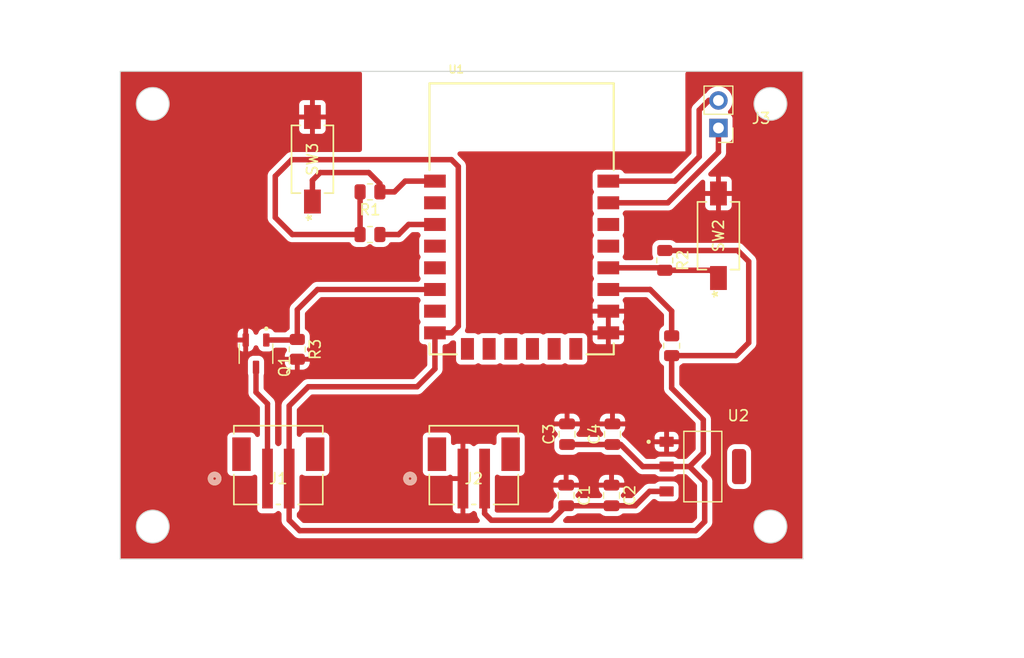
<source format=kicad_pcb>
(kicad_pcb (version 20221018) (generator pcbnew)
  (layers (0 "F.Cu" signal) (31 "B.Cu" signal) (34 "B.Paste" user) (35 "F.Paste" user) (36 "B.SilkS" user "B.Silkscreen") (37 "F.SilkS" user "F.Silkscreen") (38 "B.Mask" user) (39 "F.Mask" user) (44 "Edge.Cuts" user))
  (net 0 "")
  (net 1 "GND")
  (net 2 "Net-(U2-VIN)")
  (net 3 "VCC")
  (net 4 "/LED2")
  (net 5 "/LED1")
  (net 6 "Net-(J1-Pad1)")
  (net 7 "Net-(J3-Pin_1)")
  (net 8 "Net-(J3-Pin_2)")
  (net 9 "/servo")
  (net 10 "/DC")
  (net 11 "Net-(U1-RST)")
  (net 12 "/boot")
  (net 13 "Net-(U1-EN)")
  (net 15 "/buzzer")
  (footprint "Capacitor_SMD:C_0805_2012Metric" (layer "F.Cu") (at 82.337 64.131 -90)
    (fp_text reference "C2" (at 0 -1.68 90) (layer "F.SilkS"))
    (fp_text value "C")
    (fp_line (start -0.261252 -0.735) (end 0.261252 -0.735) (stroke (width 0.12)) (layer "F.SilkS"))
    (fp_line (start -0.261252 0.735) (end 0.261252 0.735) (stroke (width 0.12)) (layer "F.SilkS"))
    (pad "1" smd roundrect (at -0.95 0 270) (size 1 1.45) (layers "F.Cu" "F.Paste" "F.Mask") (net 1 "GND"))
    (pad "2" smd roundrect (at 0.95 0 270) (size 1 1.45) (layers "F.Cu" "F.Paste" "F.Mask") (net 2 "Net-(U2-VIN)"))
  )
  (footprint "esp_lib:CONN_B2B-PH-SM4-TBLFSN_JST" (layer "F.Cu") (at 51.591002 61.3302)
    (fp_text reference "J1" (at 0 1.244801 unlocked) (layer "F.SilkS"))
    (fp_text value "B2B-PH-SM4-TBLFSN" hide)
    (fp_circle (center -5.8801 1.244801) (end -5.4991 1.244801) (stroke (width 0.508)) (fill none) (layer "B.SilkS"))
    (fp_line (start -4.1021 -3.6322) (end -4.1021 -2.88734) (stroke (width 0.1524)) (layer "F.SilkS"))
    (fp_line (start -4.1021 0.87694) (end -4.1021 3.6322) (stroke (width 0.1524)) (layer "F.SilkS"))
    (fp_line (start -4.1021 3.6322) (end -1.828041 3.6322) (stroke (width 0.1524)) (layer "F.SilkS"))
    (fp_line (start -0.171961 3.6322) (end 0.171961 3.6322) (stroke (width 0.1524)) (layer "F.SilkS"))
    (fp_line (start 1.828041 3.6322) (end 4.1021 3.6322) (stroke (width 0.1524)) (layer "F.SilkS"))
    (fp_line (start 4.1021 -3.6322) (end -4.1021 -3.6322) (stroke (width 0.1524)) (layer "F.SilkS"))
    (fp_line (start 4.1021 -2.88734) (end 4.1021 -3.6322) (stroke (width 0.1524)) (layer "F.SilkS"))
    (fp_line (start 4.1021 3.6322) (end 4.1021 0.87694) (stroke (width 0.1524)) (layer "F.SilkS"))
    (fp_circle (center -5.8801 1.244801) (end -5.4991 1.244801) (stroke (width 0.508)) (fill none) (layer "F.SilkS"))
    (pad "1" smd rect (at -1.000001 1.244801) (size 0.9906 5.5118) (layers "F.Cu" "F.Paste" "F.Mask") (net 6 "Net-(J1-Pad1)"))
    (pad "2" smd rect (at 1.000001 1.244801) (size 0.9906 5.5118) (layers "F.Cu" "F.Paste" "F.Mask") (net 3 "VCC"))
    (pad "3" smd rect (at -3.399998 -1.0052 90) (size 3.0988 1.7018) (layers "F.Cu" "F.Paste" "F.Mask"))
    (pad "4" smd rect (at 3.399998 -1.0052 90) (size 3.0988 1.7018) (layers "F.Cu" "F.Paste" "F.Mask"))
  )
  (footprint "esp_lib:ESP-12F" (layer "F.Cu") (at 74.041 38.608)
    (fp_text reference "U1" (at -6.03654 -13.788698) (layer "F.SilkS") (effects (font (size 0.700469 0.700469))))
    (fp_text value "ESP-12F")
    (fp_line (start -8.5 -12.5) (end -8.5 -4.5) (stroke (width 0.2)) (layer "F.SilkS"))
    (fp_line (start -8.5 -12.5) (end 8.5 -12.5) (stroke (width 0.2)) (layer "F.SilkS"))
    (fp_line (start -8.5 11.5) (end -8.5 12.5) (stroke (width 0.2)) (layer "F.SilkS"))
    (fp_line (start -8.5 12.5) (end -6 12.5) (stroke (width 0.2)) (layer "F.SilkS"))
    (fp_line (start 8.5 -12.5) (end 8.5 -4.5) (stroke (width 0.2)) (layer "F.SilkS"))
    (fp_line (start 8.5 12.5) (end 6 12.5) (stroke (width 0.2)) (layer "F.SilkS"))
    (fp_line (start 8.5 12.5) (end 8.5 11.5) (stroke (width 0.2)) (layer "F.SilkS"))
    (pad "1" smd rect (at -8 -3.48) (size 2 1.2) (layers "F.Cu" "F.Paste" "F.Mask") (net 11 "Net-(U1-RST)"))
    (pad "2" smd rect (at -8 -1.48) (size 2 1.2) (layers "F.Cu" "F.Paste" "F.Mask"))
    (pad "3" smd rect (at -8 0.52) (size 2 1.2) (layers "F.Cu" "F.Paste" "F.Mask") (net 13 "Net-(U1-EN)"))
    (pad "4" smd rect (at -8 2.52) (size 2 1.2) (layers "F.Cu" "F.Paste" "F.Mask") (net 4 "/LED2"))
    (pad "5" smd rect (at -8 4.52) (size 2 1.2) (layers "F.Cu" "F.Paste" "F.Mask") (net 5 "/LED1"))
    (pad "6" smd rect (at -8 6.52) (size 2 1.2) (layers "F.Cu" "F.Paste" "F.Mask") (net 10 "/DC"))
    (pad "7" smd rect (at -8 8.52) (size 2 1.2) (layers "F.Cu" "F.Paste" "F.Mask") (net 15 "/buzzer"))
    (pad "8" smd rect (at -8 10.52) (size 2 1.2) (layers "F.Cu" "F.Paste" "F.Mask") (net 3 "VCC"))
    (pad "9" smd rect (at -5 12 90) (size 2 1.2) (layers "F.Cu" "F.Paste" "F.Mask"))
    (pad "10" smd rect (at -3 12 90) (size 2 1.2) (layers "F.Cu" "F.Paste" "F.Mask"))
    (pad "11" smd rect (at -1 12 90) (size 2 1.2) (layers "F.Cu" "F.Paste" "F.Mask"))
    (pad "12" smd rect (at 1 12 90) (size 2 1.2) (layers "F.Cu" "F.Paste" "F.Mask"))
    (pad "13" smd rect (at 3 12 90) (size 2 1.2) (layers "F.Cu" "F.Paste" "F.Mask"))
    (pad "14" smd rect (at 5 12 90) (size 2 1.2) (layers "F.Cu" "F.Paste" "F.Mask"))
    (pad "15" smd rect (at 8 10.52) (size 2 1.2) (layers "F.Cu" "F.Paste" "F.Mask") (net 1 "GND"))
    (pad "16" smd rect (at 8 8.52) (size 2 1.2) (layers "F.Cu" "F.Paste" "F.Mask") (net 1 "GND"))
    (pad "17" smd rect (at 8 6.52) (size 2 1.2) (layers "F.Cu" "F.Paste" "F.Mask") (net 9 "/servo"))
    (pad "18" smd rect (at 8 4.52) (size 2 1.2) (layers "F.Cu" "F.Paste" "F.Mask") (net 12 "/boot"))
    (pad "19" smd rect (at 8 2.52) (size 2 1.2) (layers "F.Cu" "F.Paste" "F.Mask"))
    (pad "20" smd rect (at 8 0.52) (size 2 1.2) (layers "F.Cu" "F.Paste" "F.Mask"))
    (pad "21" smd rect (at 8 -1.48) (size 2 1.2) (layers "F.Cu" "F.Paste" "F.Mask") (net 7 "Net-(J3-Pin_1)"))
    (pad "22" smd rect (at 8 -3.48) (size 2 1.2) (layers "F.Cu" "F.Paste" "F.Mask") (net 8 "Net-(J3-Pin_2)"))
  )
  (footprint "esp_lib:RS-282G05A3-SM RT_CNK" (layer "F.Cu") (at 54.737 33.110698 90)
    (fp_text reference "SW3" (at 0 0 90 unlocked) (layer "F.SilkS"))
    (fp_text value "RS-282G05A3-SM RT")
    (fp_text user "*" (at -5.3866 0 90 unlocked) (layer "F.SilkS"))
    (fp_text user "*" (at -5.3866 0 90) (layer "F.SilkS"))
    (fp_line (start -3.1242 -1.9304) (end -3.1242 -1.10744) (stroke (width 0.1524)) (layer "F.SilkS"))
    (fp_line (start -3.1242 1.10744) (end -3.1242 1.9304) (stroke (width 0.1524)) (layer "F.SilkS"))
    (fp_line (start -3.1242 1.9304) (end 3.1242 1.9304) (stroke (width 0.1524)) (layer "F.SilkS"))
    (fp_line (start 3.1242 -1.9304) (end -3.1242 -1.9304) (stroke (width 0.1524)) (layer "F.SilkS"))
    (fp_line (start 3.1242 -1.10744) (end 3.1242 -1.9304) (stroke (width 0.1524)) (layer "F.SilkS"))
    (fp_line (start 3.1242 1.9304) (end 3.1242 1.10744) (stroke (width 0.1524)) (layer "F.SilkS"))
    (pad "1" smd rect (at -3.900698 0 90) (size 2.2098 1.5494) (layers "F.Cu" "F.Paste" "F.Mask") (net 11 "Net-(U1-RST)"))
    (pad "2" smd rect (at 3.900698 0 90) (size 2.2098 1.5494) (layers "F.Cu" "F.Paste" "F.Mask") (net 1 "GND"))
  )
  (footprint "Resistor_SMD:R_0805_2012Metric" (layer "F.Cu") (at 87.249 42.4415 -90)
    (fp_text reference "R2" (at 0 -1.65 90) (layer "F.SilkS"))
    (fp_text value "R")
    (fp_line (start -0.227064 -0.735) (end 0.227064 -0.735) (stroke (width 0.12)) (layer "F.SilkS"))
    (fp_line (start -0.227064 0.735) (end 0.227064 0.735) (stroke (width 0.12)) (layer "F.SilkS"))
    (pad "1" smd roundrect (at -0.9125 0 270) (size 1.025 1.4) (layers "F.Cu" "F.Paste" "F.Mask") (roundrect_rratio 0.243902439) (net 3 "VCC"))
    (pad "2" smd roundrect (at 0.9125 0 270) (size 1.025 1.4) (layers "F.Cu" "F.Paste" "F.Mask") (roundrect_rratio 0.243902439) (net 12 "/boot"))
  )
  (footprint "Resistor_SMD:R_0805_2012Metric" (layer "F.Cu") (at 53.34 50.6495 -90)
    (fp_text reference "R3" (at 0 -1.65 90) (layer "F.SilkS"))
    (fp_text value "R")
    (fp_line (start -0.227064 -0.735) (end 0.227064 -0.735) (stroke (width 0.12)) (layer "F.SilkS"))
    (fp_line (start -0.227064 0.735) (end 0.227064 0.735) (stroke (width 0.12)) (layer "F.SilkS"))
    (pad "1" smd roundrect (at -0.9125 0 270) (size 1.025 1.4) (layers "F.Cu" "F.Paste" "F.Mask") (roundrect_rratio 0.243902439) (net 10 "/DC"))
    (pad "2" smd roundrect (at 0.9125 0 270) (size 1.025 1.4) (layers "F.Cu" "F.Paste" "F.Mask") (roundrect_rratio 0.243902439) (net 1 "GND"))
  )
  (footprint "Resistor_SMD:R_0805_2012Metric" (layer "F.Cu") (at 60.0475 36.119 180)
    (fp_text reference "R1" (at 0 -1.65) (layer "F.SilkS"))
    (fp_text value "R")
    (fp_line (start -0.227064 -0.735) (end 0.227064 -0.735) (stroke (width 0.12)) (layer "F.SilkS"))
    (fp_line (start -0.227064 0.735) (end 0.227064 0.735) (stroke (width 0.12)) (layer "F.SilkS"))
    (pad "1" smd roundrect (at -0.9125 0 180) (size 1.025 1.4) (layers "F.Cu" "F.Paste" "F.Mask") (roundrect_rratio 0.243902439) (net 11 "Net-(U1-RST)"))
    (pad "2" smd roundrect (at 0.9125 0 180) (size 1.025 1.4) (layers "F.Cu" "F.Paste" "F.Mask") (roundrect_rratio 0.243902439) (net 3 "VCC"))
  )
  (footprint "esp_lib:SOT95P280X125-3N" (layer "F.Cu") (at 49.53 51.0455 -90)
    (fp_text reference "Q1" (at 1.175 -2.635 90) (layer "F.SilkS"))
    (fp_text value "AO3400A")
    (fp_line (start -0.9 1.55) (end 0.9 1.55) (stroke (width 0.127)) (layer "F.SilkS"))
    (fp_line (start 0.9 -1.55) (end -0.9 -1.55) (stroke (width 0.127)) (layer "F.SilkS"))
    (fp_circle (center -2.31 -0.95) (end -2.21 -0.95) (stroke (width 0.2)) (fill none) (layer "F.SilkS"))
    (pad "1" smd roundrect (at -1.255 -0.95 270) (size 1.21 0.59) (layers "F.Cu" "F.Paste" "F.Mask") (roundrect_rratio 0.15) (net 10 "/DC"))
    (pad "2" smd roundrect (at -1.255 0.95 270) (size 1.21 0.59) (layers "F.Cu" "F.Paste" "F.Mask") (roundrect_rratio 0.15) (net 1 "GND"))
    (pad "3" smd roundrect (at 1.255 0 270) (size 1.21 0.59) (layers "F.Cu" "F.Paste" "F.Mask") (roundrect_rratio 0.15) (net 6 "Net-(J1-Pad1)"))
  )
  (footprint "Capacitor_SMD:C_0805_2012Metric" (layer "F.Cu") (at 78.232 58.481 90)
    (fp_text reference "C3" (at 0 -1.68 90) (layer "F.SilkS"))
    (fp_text value "C")
    (fp_line (start -0.261252 -0.735) (end 0.261252 -0.735) (stroke (width 0.12)) (layer "F.SilkS"))
    (fp_line (start -0.261252 0.735) (end 0.261252 0.735) (stroke (width 0.12)) (layer "F.SilkS"))
    (pad "1" smd roundrect (at -0.95 0 90) (size 1 1.45) (layers "F.Cu" "F.Paste" "F.Mask") (net 3 "VCC"))
    (pad "2" smd roundrect (at 0.95 0 90) (size 1 1.45) (layers "F.Cu" "F.Paste" "F.Mask") (net 1 "GND"))
  )
  (footprint "esp_lib:SOT229P700X180-4N" (layer "F.Cu") (at 90.762 61.468)
    (fp_text reference "U2" (at 3.2755 -4.695) (layer "F.SilkS"))
    (fp_text value "AMS1117-3.3" hide)
    (fp_line (start -1.7525 -3.2525) (end 1.7525 -3.2525) (stroke (width 0.127)) (layer "F.SilkS"))
    (fp_line (start -1.7525 3.2525) (end -1.7525 -3.2525) (stroke (width 0.127)) (layer "F.SilkS"))
    (fp_line (start 1.7525 -3.2525) (end 1.7525 3.2525) (stroke (width 0.127)) (layer "F.SilkS"))
    (fp_line (start 1.7525 3.2525) (end -1.7525 3.2525) (stroke (width 0.127)) (layer "F.SilkS"))
    (fp_circle (center -5 -2.29) (end -4.9 -2.29) (stroke (width 0.2)) (fill none) (layer "F.SilkS"))
    (pad "1" smd roundrect (at -3.345 -2.29) (size 1.31 0.93) (layers "F.Cu" "F.Paste" "F.Mask") (roundrect_rratio 0.07) (net 1 "GND"))
    (pad "2" smd roundrect (at -3.345 0) (size 1.31 0.93) (layers "F.Cu" "F.Paste" "F.Mask") (roundrect_rratio 0.07) (net 3 "VCC"))
    (pad "3" smd roundrect (at -3.345 2.29) (size 1.31 0.93) (layers "F.Cu" "F.Paste" "F.Mask") (roundrect_rratio 0.07) (net 2 "Net-(U2-VIN)"))
    (pad "4" smd roundrect (at 3.345 0) (size 1.31 3.24) (layers "F.Cu" "F.Paste" "F.Mask") (roundrect_rratio 0.24))
  )
  (footprint "Resistor_SMD:R_0805_2012Metric" (layer "F.Cu") (at 87.884 50.3155 -90)
    (fp_text reference "R6" hide)
    (fp_text value "R")
    (fp_line (start -0.227064 -0.735) (end 0.227064 -0.735) (stroke (width 0.12)) (layer "F.SilkS"))
    (fp_line (start -0.227064 0.735) (end 0.227064 0.735) (stroke (width 0.12)) (layer "F.SilkS"))
    (pad "1" smd roundrect (at -0.9125 0 270) (size 1.025 1.4) (layers "F.Cu" "F.Paste" "F.Mask") (roundrect_rratio 0.243902) (net 9 "/servo"))
    (pad "2" smd roundrect (at 0.9125 0 270) (size 1.025 1.4) (layers "F.Cu" "F.Paste" "F.Mask") (roundrect_rratio 0.243902) (net 3 "VCC"))
  )
  (footprint "Capacitor_SMD:C_0805_2012Metric" (layer "F.Cu") (at 82.423 58.481 90)
    (fp_text reference "C4" (at 0 -1.68 90) (layer "F.SilkS"))
    (fp_text value "C")
    (fp_line (start -0.261252 -0.735) (end 0.261252 -0.735) (stroke (width 0.12)) (layer "F.SilkS"))
    (fp_line (start -0.261252 0.735) (end 0.261252 0.735) (stroke (width 0.12)) (layer "F.SilkS"))
    (pad "1" smd roundrect (at -0.95 0 90) (size 1 1.45) (layers "F.Cu" "F.Paste" "F.Mask") (net 3 "VCC"))
    (pad "2" smd roundrect (at 0.95 0 90) (size 1 1.45) (layers "F.Cu" "F.Paste" "F.Mask") (net 1 "GND"))
  )
  (footprint "esp_lib:CONN_B2B-PH-SM4-TBLFSN_JST" (layer "F.Cu") (at 69.625002 61.3302)
    (fp_text reference "J2" (at 0 1.244801 unlocked) (layer "F.SilkS"))
    (fp_text value "B2B-PH-SM4-TBLFSN")
    (fp_circle (center -5.8801 1.244801) (end -5.4991 1.244801) (stroke (width 0.508)) (fill none) (layer "B.SilkS"))
    (fp_line (start -4.1021 -3.6322) (end -4.1021 -2.88734) (stroke (width 0.1524)) (layer "F.SilkS"))
    (fp_line (start -4.1021 0.87694) (end -4.1021 3.6322) (stroke (width 0.1524)) (layer "F.SilkS"))
    (fp_line (start -4.1021 3.6322) (end -1.828041 3.6322) (stroke (width 0.1524)) (layer "F.SilkS"))
    (fp_line (start -0.171961 3.6322) (end 0.171961 3.6322) (stroke (width 0.1524)) (layer "F.SilkS"))
    (fp_line (start 1.828041 3.6322) (end 4.1021 3.6322) (stroke (width 0.1524)) (layer "F.SilkS"))
    (fp_line (start 4.1021 -3.6322) (end -4.1021 -3.6322) (stroke (width 0.1524)) (layer "F.SilkS"))
    (fp_line (start 4.1021 -2.88734) (end 4.1021 -3.6322) (stroke (width 0.1524)) (layer "F.SilkS"))
    (fp_line (start 4.1021 3.6322) (end 4.1021 0.87694) (stroke (width 0.1524)) (layer "F.SilkS"))
    (fp_circle (center -5.8801 1.244801) (end -5.4991 1.244801) (stroke (width 0.508)) (fill none) (layer "F.SilkS"))
    (pad "1" smd rect (at -1.000001 1.244801) (size 0.9906 5.5118) (layers "F.Cu" "F.Paste" "F.Mask") (net 1 "GND"))
    (pad "2" smd rect (at 1.000001 1.244801) (size 0.9906 5.5118) (layers "F.Cu" "F.Paste" "F.Mask") (net 2 "Net-(U2-VIN)"))
    (pad "3" smd rect (at -3.399998 -1.0052 90) (size 3.0988 1.7018) (layers "F.Cu" "F.Paste" "F.Mask"))
    (pad "4" smd rect (at 3.399998 -1.0052 90) (size 3.0988 1.7018) (layers "F.Cu" "F.Paste" "F.Mask"))
  )
  (footprint "Capacitor_SMD:C_0805_2012Metric" (layer "F.Cu") (at 78.146 64.131 -90)
    (fp_text reference "C1" (at 0 -1.68 90) (layer "F.SilkS"))
    (fp_text value "C")
    (fp_line (start -0.261252 -0.735) (end 0.261252 -0.735) (stroke (width 0.12)) (layer "F.SilkS"))
    (fp_line (start -0.261252 0.735) (end 0.261252 0.735) (stroke (width 0.12)) (layer "F.SilkS"))
    (pad "1" smd roundrect (at -0.95 0 270) (size 1 1.45) (layers "F.Cu" "F.Paste" "F.Mask") (net 1 "GND"))
    (pad "2" smd roundrect (at 0.95 0 270) (size 1 1.45) (layers "F.Cu" "F.Paste" "F.Mask") (net 2 "Net-(U2-VIN)"))
  )
  (footprint "Resistor_SMD:R_0805_2012Metric" (layer "F.Cu") (at 60.0475 40.056 180)
    (fp_text reference "R4" hide)
    (fp_text value "R")
    (fp_line (start -0.227064 -0.735) (end 0.227064 -0.735) (stroke (width 0.12)) (layer "F.SilkS"))
    (fp_line (start -0.227064 0.735) (end 0.227064 0.735) (stroke (width 0.12)) (layer "F.SilkS"))
    (pad "1" smd roundrect (at -0.9125 0 180) (size 1.025 1.4) (layers "F.Cu" "F.Paste" "F.Mask") (roundrect_rratio 0.243902439) (net 13 "Net-(U1-EN)"))
    (pad "2" smd roundrect (at 0.9125 0 180) (size 1.025 1.4) (layers "F.Cu" "F.Paste" "F.Mask") (roundrect_rratio 0.243902439) (net 3 "VCC"))
  )
  (footprint "esp_lib:RS-282G05A3-SM RT_CNK" (layer "F.Cu") (at 92.202 40.168302 90)
    (fp_text reference "SW2" (at 0 0 90 unlocked) (layer "F.SilkS"))
    (fp_text value "RS-282G05A3-SM RT" hide)
    (fp_text user "*" (at -5.3866 0 90) (layer "F.SilkS"))
    (fp_text user "*" (at -5.3866 0 90 unlocked) (layer "F.SilkS"))
    (fp_line (start -3.1242 -1.9304) (end -3.1242 -1.10744) (stroke (width 0.1524)) (layer "F.SilkS"))
    (fp_line (start -3.1242 1.10744) (end -3.1242 1.9304) (stroke (width 0.1524)) (layer "F.SilkS"))
    (fp_line (start -3.1242 1.9304) (end 3.1242 1.9304) (stroke (width 0.1524)) (layer "F.SilkS"))
    (fp_line (start 3.1242 -1.9304) (end -3.1242 -1.9304) (stroke (width 0.1524)) (layer "F.SilkS"))
    (fp_line (start 3.1242 -1.10744) (end 3.1242 -1.9304) (stroke (width 0.1524)) (layer "F.SilkS"))
    (fp_line (start 3.1242 1.9304) (end 3.1242 1.10744) (stroke (width 0.1524)) (layer "F.SilkS"))
    (pad "1" smd rect (at -3.900698 0 90) (size 2.2098 1.5494) (layers "F.Cu" "F.Paste" "F.Mask") (net 12 "/boot"))
    (pad "2" smd rect (at 3.900698 0 90) (size 2.2098 1.5494) (layers "F.Cu" "F.Paste" "F.Mask") (net 1 "GND"))
  )
  (footprint "Connector_PinHeader_2.54mm:PinHeader_1x02_P2.54mm_Vertical" (layer "F.Cu") (at 92.202 30.226 180)
    (fp_text reference "J3" (at -3.937 0.889 180) (layer "F.SilkS"))
    (fp_text value "Conn_01x02_Pin")
    (fp_line (start -1.33 -1.33) (end 0 -1.33) (stroke (width 0.12)) (layer "F.SilkS"))
    (fp_line (start -1.33 0) (end -1.33 -1.33) (stroke (width 0.12)) (layer "F.SilkS"))
    (fp_line (start -1.33 1.27) (end -1.33 3.87) (stroke (width 0.12)) (layer "F.SilkS"))
    (fp_line (start -1.33 1.27) (end 1.33 1.27) (stroke (width 0.12)) (layer "F.SilkS"))
    (fp_line (start -1.33 3.87) (end 1.33 3.87) (stroke (width 0.12)) (layer "F.SilkS"))
    (fp_line (start 1.33 1.27) (end 1.33 3.87) (stroke (width 0.12)) (layer "F.SilkS"))
    (pad "1" thru_hole rect (at 0 0 180) (size 1.7 1.7) (drill 1) (layers "*.Cu" "*.Mask") (net 7 "Net-(J3-Pin_1)"))
    (pad "2" thru_hole oval (at 0 2.54 180) (size 1.7 1.7) (drill 1) (layers "*.Cu" "*.Mask") (net 8 "Net-(J3-Pin_2)"))
  )
  (gr_circle (center 40 28) (end 41.51 28) (stroke (width 0.1)) (fill none) (layer "Edge.Cuts"))
  (gr_circle (center 97 67) (end 98.51 67) (stroke (width 0.1)) (fill none) (layer "Edge.Cuts"))
  (gr_circle (center 97 28) (end 98.51 28) (stroke (width 0.1)) (fill none) (layer "Edge.Cuts"))
  (gr_circle (center 40 67) (end 41.51 67) (stroke (width 0.1)) (fill none) (layer "Edge.Cuts"))
  (gr_rect (start 37 25) (end 100 70) (stroke (width 0.1)) (fill none) (layer "Edge.Cuts"))
  (segment (start 76.806 66.421) (end 78.146 65.081) (width 0.508) (layer "F.Cu") (net 2))
  (segment (start 85.848 63.758) (end 84.525 65.081) (width 0.508) (layer "F.Cu") (net 2))
  (segment (start 71.247 66.421) (end 76.806 66.421) (width 0.508) (layer "F.Cu") (net 2))
  (segment (start 70.625003 65.799003) (end 71.247 66.421) (width 0.508) (layer "F.Cu") (net 2))
  (segment (start 70.625003 62.575001) (end 70.625003 65.799003) (width 0.508) (layer "F.Cu") (net 2))
  (segment (start 84.525 65.081) (end 82.337 65.081) (width 0.508) (layer "F.Cu") (net 2))
  (segment (start 87.417 63.758) (end 85.848 63.758) (width 0.508) (layer "F.Cu") (net 2))
  (segment (start 78.146 65.081) (end 82.337 65.081) (width 0.508) (layer "F.Cu") (net 2))
  (segment (start 93.806 51.228) (end 87.884 51.228) (width 0.508) (layer "F.Cu") (net 3))
  (segment (start 87.417 61.468) (end 89.535 61.468) (width 0.508) (layer "F.Cu") (net 3))
  (segment (start 52.883 40.056) (end 51.308 38.481) (width 0.508) (layer "F.Cu") (net 3))
  (segment (start 68.199 48.514) (end 67.585 49.128) (width 0.508) (layer "F.Cu") (net 3))
  (segment (start 87.249 41.529) (end 93.98 41.529) (width 0.508) (layer "F.Cu") (net 3))
  (segment (start 64.389 54.102) (end 54.356 54.102) (width 0.508) (layer "F.Cu") (net 3))
  (segment (start 90.101 67.379) (end 90.932 66.548) (width 0.508) (layer "F.Cu") (net 3))
  (segment (start 90.805 57.15) (end 87.884 54.229) (width 0.508) (layer "F.Cu") (net 3))
  (segment (start 82.423 59.431) (end 83.18 59.431) (width 0.508) (layer "F.Cu") (net 3))
  (segment (start 67.585 49.128) (end 66.041 49.128) (width 0.508) (layer "F.Cu") (net 3))
  (segment (start 66.041 52.45) (end 64.389 54.102) (width 0.508) (layer "F.Cu") (net 3))
  (segment (start 67.564 33.147) (end 68.199 33.782) (width 0.508) (layer "F.Cu") (net 3))
  (segment (start 90.805 60.198) (end 90.805 57.15) (width 0.508) (layer "F.Cu") (net 3))
  (segment (start 89.535 61.468) (end 90.805 60.198) (width 0.508) (layer "F.Cu") (net 3))
  (segment (start 52.591003 62.575001) (end 52.591003 66.407997) (width 0.508) (layer "F.Cu") (net 3))
  (segment (start 52.591003 66.407997) (end 53.562006 67.379) (width 0.508) (layer "F.Cu") (net 3))
  (segment (start 90.932 62.865) (end 89.535 61.468) (width 0.508) (layer "F.Cu") (net 3))
  (segment (start 87.884 54.229) (end 87.884 51.228) (width 0.508) (layer "F.Cu") (net 3))
  (segment (start 52.832 33.147) (end 67.564 33.147) (width 0.508) (layer "F.Cu") (net 3))
  (segment (start 94.996 50.038) (end 93.806 51.228) (width 0.508) (layer "F.Cu") (net 3))
  (segment (start 59.135 40.056) (end 52.883 40.056) (width 0.508) (layer "F.Cu") (net 3))
  (segment (start 52.591003 55.866997) (end 52.591003 62.575001) (width 0.508) (layer "F.Cu") (net 3))
  (segment (start 90.932 66.548) (end 90.932 62.865) (width 0.508) (layer "F.Cu") (net 3))
  (segment (start 51.308 38.481) (end 51.308 34.671) (width 0.508) (layer "F.Cu") (net 3))
  (segment (start 53.562006 67.379) (end 90.101 67.379) (width 0.508) (layer "F.Cu") (net 3))
  (segment (start 83.18 59.431) (end 85.217 61.468) (width 0.508) (layer "F.Cu") (net 3))
  (segment (start 85.217 61.468) (end 87.417 61.468) (width 0.508) (layer "F.Cu") (net 3))
  (segment (start 54.356 54.102) (end 52.591003 55.866997) (width 0.508) (layer "F.Cu") (net 3))
  (segment (start 78.232 59.431) (end 82.423 59.431) (width 0.508) (layer "F.Cu") (net 3))
  (segment (start 68.199 33.782) (end 68.199 48.514) (width 0.508) (layer "F.Cu") (net 3))
  (segment (start 66.041 49.128) (end 66.041 52.45) (width 0.508) (layer "F.Cu") (net 3))
  (segment (start 59.135 36.119) (end 59.135 40.056) (width 0.508) (layer "F.Cu") (net 3))
  (segment (start 94.996 42.545) (end 94.996 50.038) (width 0.508) (layer "F.Cu") (net 3))
  (segment (start 51.308 34.671) (end 52.832 33.147) (width 0.508) (layer "F.Cu") (net 3))
  (segment (start 93.98 41.529) (end 94.996 42.545) (width 0.508) (layer "F.Cu") (net 3))
  (segment (start 50.591001 64.578999) (end 50.591001 62.575001) (width 0.508) (layer "F.Cu") (net 6))
  (segment (start 49.53 52.3005) (end 49.53 54.61) (width 0.5) (layer "F.Cu") (net 6))
  (segment (start 49.53 54.61) (end 50.591001 55.671001) (width 0.5) (layer "F.Cu") (net 6))
  (segment (start 50.591001 55.671001) (end 50.591001 62.575001) (width 0.5) (layer "F.Cu") (net 6))
  (segment (start 82.041 37.128) (end 87.52971 37.128) (width 0.508) (layer "F.Cu") (net 7))
  (segment (start 92.202 32.45571) (end 92.202 30.226) (width 0.508) (layer "F.Cu") (net 7))
  (segment (start 87.52971 37.128) (end 92.202 32.45571) (width 0.508) (layer "F.Cu") (net 7))
  (segment (start 88.174894 35.128) (end 82.041 35.128) (width 0.508) (layer "F.Cu") (net 8))
  (segment (start 92.202 27.686) (end 91.313 27.686) (width 0.508) (layer "F.Cu") (net 8))
  (segment (start 90.424 28.575) (end 90.424 32.878894) (width 0.508) (layer "F.Cu") (net 8))
  (segment (start 91.313 27.686) (end 90.424 28.575) (width 0.508) (layer "F.Cu") (net 8))
  (segment (start 90.424 32.878894) (end 88.174894 35.128) (width 0.508) (layer "F.Cu") (net 8))
  (segment (start 82.041 45.128) (end 85.895 45.128) (width 0.508) (layer "F.Cu") (net 9))
  (segment (start 85.895 45.128) (end 87.884 47.117) (width 0.508) (layer "F.Cu") (net 9))
  (segment (start 87.884 47.117) (end 87.884 49.403) (width 0.508) (layer "F.Cu") (net 9))
  (segment (start 53.2865 49.7905) (end 53.34 49.737) (width 0.508) (layer "F.Cu") (net 10))
  (segment (start 53.34 49.737) (end 53.34 46.99) (width 0.5) (layer "F.Cu") (net 10))
  (segment (start 55.202 45.128) (end 66.041 45.128) (width 0.5) (layer "F.Cu") (net 10))
  (segment (start 50.48 49.7905) (end 53.2865 49.7905) (width 0.508) (layer "F.Cu") (net 10))
  (segment (start 53.34 46.99) (end 55.202 45.128) (width 0.5) (layer "F.Cu") (net 10))
  (segment (start 59.944 34.341) (end 55.448 34.341) (width 0.508) (layer "F.Cu") (net 11))
  (segment (start 61.011 36.068) (end 60.96 36.119) (width 0.508) (layer "F.Cu") (net 11))
  (segment (start 54.737 35.052) (end 54.737 37.011396) (width 0.508) (layer "F.Cu") (net 11))
  (segment (start 60.96 36.119) (end 62.306 36.119) (width 0.508) (layer "F.Cu") (net 11))
  (segment (start 55.448 34.341) (end 54.737 35.052) (width 0.508) (layer "F.Cu") (net 11))
  (segment (start 60.96 36.119) (end 60.96 35.357) (width 0.508) (layer "F.Cu") (net 11))
  (segment (start 62.306 36.119) (end 63.297 35.128) (width 0.508) (layer "F.Cu") (net 11))
  (segment (start 60.96 35.357) (end 59.944 34.341) (width 0.508) (layer "F.Cu") (net 11))
  (segment (start 63.297 35.128) (end 66.041 35.128) (width 0.508) (layer "F.Cu") (net 11))
  (segment (start 87.249 43.354) (end 91.487 43.354) (width 0.508) (layer "F.Cu") (net 12))
  (segment (start 87.023 43.128) (end 87.249 43.354) (width 0.508) (layer "F.Cu") (net 12))
  (segment (start 82.041 43.128) (end 87.023 43.128) (width 0.508) (layer "F.Cu") (net 12))
  (segment (start 91.487 43.354) (end 92.202 44.069) (width 0.508) (layer "F.Cu") (net 12))
  (segment (start 60.96 40.056) (end 62.687 40.056) (width 0.508) (layer "F.Cu") (net 13))
  (segment (start 66.029 39.116) (end 66.041 39.128) (width 0.508) (layer "F.Cu") (net 13))
  (segment (start 62.687 40.056) (end 63.615 39.128) (width 0.508) (layer "F.Cu") (net 13))
  (segment (start 63.615 39.128) (end 66.041 39.128) (width 0.508) (layer "F.Cu") (net 13))
  (zone (net 1) (net_name "GND") (layer "F.Cu") (connect_pads (clearance 0.45)) (min_thickness 0.45) (fill yes (thermal_gap 0.45) (thermal_bridge_width 0.45))
    (polygon (pts (xy 26.035 18.415) (xy 120.396 18.415) (xy 120.396 79.121) (xy 25.908 79.121)))
  )
  (zone (net 0) (net_name "") (layer "F.Cu") (connect_pads (clearance 0)) (min_thickness 0.25)
    (keepout (tracks not_allowed) (vias not_allowed) (pads not_allowed) (copperpour not_allowed) (footprints not_allowed))
    (fill (thermal_gap 0.5) (thermal_bridge_width 0.5))
    (polygon (pts (xy 59.309 24.384) (xy 89.14982 24.384) (xy 89.154 32.385) (xy 59.309 32.385)))
  )
)
</source>
